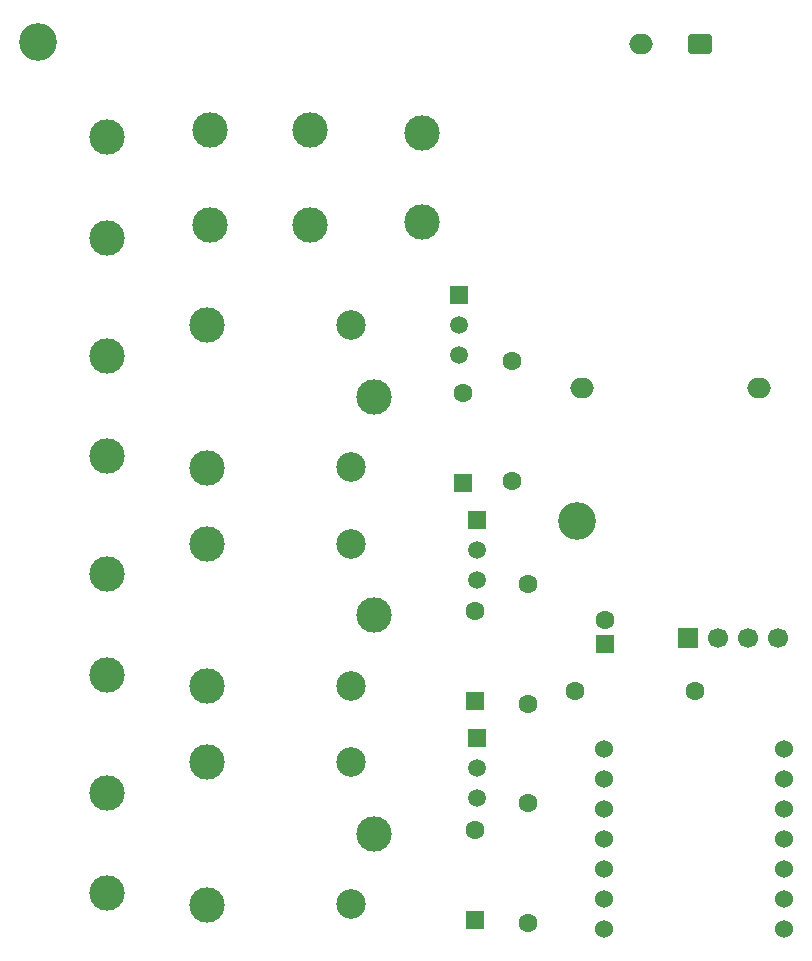
<source format=gbr>
%TF.GenerationSoftware,KiCad,Pcbnew,9.0.5*%
%TF.CreationDate,2025-11-05T07:39:26+01:00*%
%TF.ProjectId,power-sequencer-pcb,706f7765-722d-4736-9571-75656e636572,B*%
%TF.SameCoordinates,Original*%
%TF.FileFunction,Soldermask,Bot*%
%TF.FilePolarity,Negative*%
%FSLAX46Y46*%
G04 Gerber Fmt 4.6, Leading zero omitted, Abs format (unit mm)*
G04 Created by KiCad (PCBNEW 9.0.5) date 2025-11-05 07:39:26*
%MOMM*%
%LPD*%
G01*
G04 APERTURE LIST*
G04 Aperture macros list*
%AMRoundRect*
0 Rectangle with rounded corners*
0 $1 Rounding radius*
0 $2 $3 $4 $5 $6 $7 $8 $9 X,Y pos of 4 corners*
0 Add a 4 corners polygon primitive as box body*
4,1,4,$2,$3,$4,$5,$6,$7,$8,$9,$2,$3,0*
0 Add four circle primitives for the rounded corners*
1,1,$1+$1,$2,$3*
1,1,$1+$1,$4,$5*
1,1,$1+$1,$6,$7*
1,1,$1+$1,$8,$9*
0 Add four rect primitives between the rounded corners*
20,1,$1+$1,$2,$3,$4,$5,0*
20,1,$1+$1,$4,$5,$6,$7,0*
20,1,$1+$1,$6,$7,$8,$9,0*
20,1,$1+$1,$8,$9,$2,$3,0*%
G04 Aperture macros list end*
%ADD10C,3.000000*%
%ADD11C,1.600000*%
%ADD12RoundRect,0.250000X0.550000X-0.550000X0.550000X0.550000X-0.550000X0.550000X-0.550000X-0.550000X0*%
%ADD13C,2.500000*%
%ADD14C,3.200000*%
%ADD15C,1.524000*%
%ADD16R,1.500000X1.500000*%
%ADD17C,1.500000*%
%ADD18R,1.700000X1.700000*%
%ADD19C,1.700000*%
%ADD20RoundRect,0.250000X-0.750000X0.600000X-0.750000X-0.600000X0.750000X-0.600000X0.750000X0.600000X0*%
%ADD21O,2.000000X1.700000*%
G04 APERTURE END LIST*
D10*
%TO.C,SW2*%
X103500000Y-69000000D03*
X103500000Y-77000000D03*
%TD*%
%TO.C,J1*%
X86307500Y-78095000D03*
X86307500Y-69595000D03*
%TD*%
%TO.C,J2*%
X86307500Y-96595000D03*
X86307500Y-88095000D03*
%TD*%
%TO.C,J4*%
X86307500Y-133595000D03*
X86307500Y-125095000D03*
%TD*%
D11*
%TO.C,R3*%
X122000000Y-107420000D03*
X122000000Y-117580000D03*
%TD*%
D12*
%TO.C,D3*%
X117500000Y-135810000D03*
D11*
X117500000Y-128190000D03*
%TD*%
%TO.C,R2*%
X120595000Y-88515000D03*
X120595000Y-98675000D03*
%TD*%
D10*
%TO.C,K2*%
X108950000Y-110050000D03*
D13*
X107000000Y-104000000D03*
D10*
X94800000Y-104000000D03*
X94750000Y-116050000D03*
D13*
X107000000Y-116000000D03*
%TD*%
D14*
%TO.C,REF\u002A\u002A*%
X126095000Y-102095000D03*
%TD*%
D10*
%TO.C,RV1*%
X113000000Y-76750000D03*
X113000000Y-69250000D03*
%TD*%
D12*
%TO.C,C1*%
X128500000Y-112455113D03*
D11*
X128500000Y-110455113D03*
%TD*%
D15*
%TO.C,U1*%
X143620000Y-136620000D03*
X143620000Y-134080000D03*
X143620000Y-131540000D03*
X143620000Y-129000000D03*
X143620000Y-126460000D03*
X143620000Y-123920000D03*
X143620000Y-121380000D03*
X128380000Y-121380000D03*
X128380000Y-123920000D03*
X128380000Y-126460000D03*
X128380000Y-129000000D03*
X128380000Y-131540000D03*
X128380000Y-134080000D03*
X128380000Y-136620000D03*
%TD*%
D10*
%TO.C,J3*%
X86307500Y-115095000D03*
X86307500Y-106595000D03*
%TD*%
D12*
%TO.C,D2*%
X117500000Y-117310000D03*
D11*
X117500000Y-109690000D03*
%TD*%
D10*
%TO.C,K3*%
X108950000Y-128550000D03*
D13*
X107000000Y-122500000D03*
D10*
X94800000Y-122500000D03*
X94750000Y-134550000D03*
D13*
X107000000Y-134500000D03*
%TD*%
D14*
%TO.C,REF\u002A\u002A*%
X80500000Y-61500000D03*
%TD*%
D11*
%TO.C,R4*%
X122000000Y-125920000D03*
X122000000Y-136080000D03*
%TD*%
D12*
%TO.C,D1*%
X116500000Y-98810000D03*
D11*
X116500000Y-91190000D03*
%TD*%
D10*
%TO.C,K1*%
X108950000Y-91550000D03*
D13*
X107000000Y-85500000D03*
D10*
X94800000Y-85500000D03*
X94750000Y-97550000D03*
D13*
X107000000Y-97500000D03*
%TD*%
D16*
%TO.C,Q3*%
X117640000Y-120460000D03*
D17*
X117640000Y-123000000D03*
X117640000Y-125540000D03*
%TD*%
D18*
%TO.C,SW1*%
X135500000Y-112000000D03*
D19*
X138040000Y-112000000D03*
X140580000Y-112000000D03*
X143120000Y-112000000D03*
%TD*%
D20*
%TO.C,PS1*%
X136500000Y-61712500D03*
D21*
X131500000Y-61712500D03*
X141500000Y-90792500D03*
X126500000Y-90792500D03*
%TD*%
D11*
%TO.C,R1*%
X136080000Y-116500000D03*
X125920000Y-116500000D03*
%TD*%
D16*
%TO.C,Q1*%
X116140000Y-82960000D03*
D17*
X116140000Y-85500000D03*
X116140000Y-88040000D03*
%TD*%
D10*
%TO.C,F1*%
X95000000Y-77000000D03*
X95000000Y-69000000D03*
%TD*%
D16*
%TO.C,Q2*%
X117640000Y-101960000D03*
D17*
X117640000Y-104500000D03*
X117640000Y-107040000D03*
%TD*%
M02*

</source>
